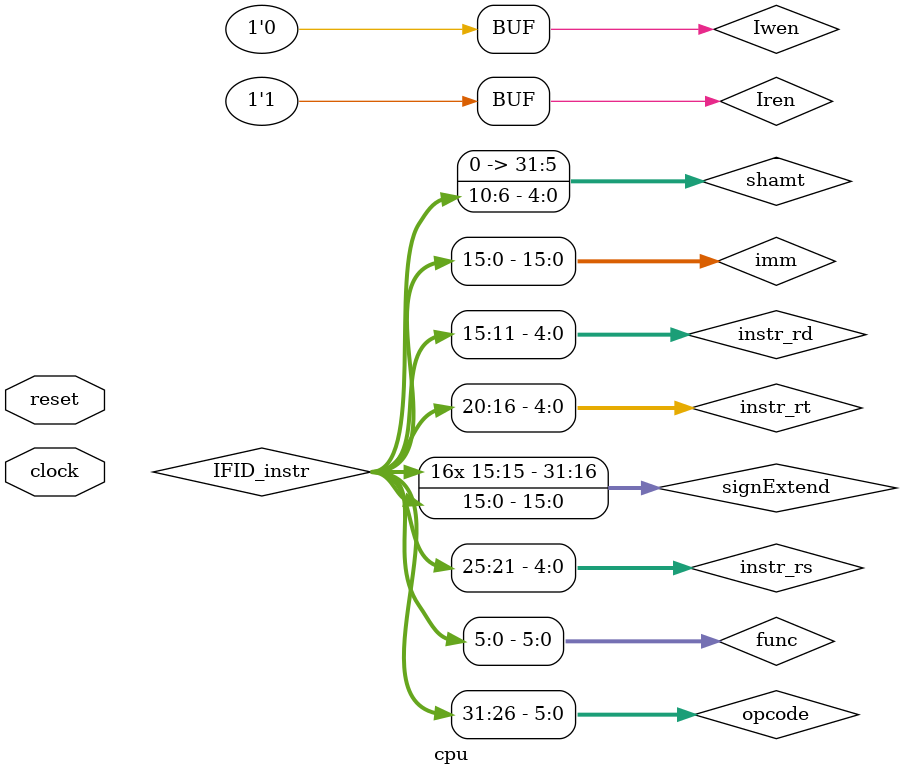
<source format=v>
/***********************************************************************************************/
/*********************************  MIPS 5-stage pipeline implementation ***********************/
/***********************************************************************************************/

`timescale 1ns/1ps

module cpu(input clock, input reset);
 reg [31:0] PC; 
 reg [31:0] IFID_PCplus4;
 reg [31:0] IFID_instr;
 reg [31:0] IDEX_rdA, IDEX_rdB, IDEX_signExtend, IDEX_Shamt;
 reg [4:0]  IDEX_instr_rt, IDEX_instr_rs, IDEX_instr_rd;                            
 reg        IDEX_RegDst, IDEX_ALUSrc, IDEX_ALUSrc_Shift;
 reg [1:0]  IDEX_ALUcntrl;
 reg        IDEX_PCSrc, IDEX_MemRead, IDEX_MemWrite; 
 reg        IDEX_MemToReg, IDEX_RegWrite;                
 reg [4:0]  EXMEM_RegWriteAddr; 
 reg [31:0] EXMEM_ALUOut;
 reg        EXMEM_Zero;
 reg [31:0] EXMEM_MemWriteData;
 reg        EXMEM_PCSrc, EXMEM_MemRead, EXMEM_MemWrite, EXMEM_RegWrite, EXMEM_MemToReg;
 reg [31:0] MEMWB_DMemOut;
 reg [4:0]  MEMWB_RegWriteAddr; 
 reg [31:0] MEMWB_ALUOut;
 reg        MEMWB_MemToReg, MEMWB_RegWrite;               
 reg        Iren = 1'b1,Iwen = 1'b0;
 wire [31:0] din,mdout;
 wire [31:0] instr, MemWriteData, ALUInA, ALUInB, ALUOut, rdA, rdB, signExtend, DMemOut, wRegData, PCIncr, shamt;
 wire Zero, RegDst, MemRead, MemWrite, MemToReg, ALUSrc, RegWrite, PCSrc, PC_write, IFID_write, bubble_idex, ALUSrc_Shift;
 wire [5:0] opcode, func;
 wire [4:0] instr_rs, instr_rt, instr_rd, RegWriteAddr;
 wire [3:0] ALUOp;
 wire [1:0] ALUcntrl, fA, fB;
 wire [15:0] imm;

 
 

/***************** Instruction Fetch Unit (IF)  ****************/
 always @(posedge clock or negedge reset)
  begin 
    if (reset == 1'b0)     
       PC <= -1;     
    else if (PC == -1)
       PC <= 0;
    else if (PC_write == 1'b1)
       PC <= PC + 4;
  end
  
  // IFID pipeline register
 always @(posedge clock or negedge reset)
  begin 
    if (reset == 1'b0)     
      begin
       IFID_PCplus4 <= 32'b0;    
       IFID_instr <= 32'b0;
    end 
    else if (IFID_write == 1'b1) 
      begin
       IFID_PCplus4 <= PC + 32'd4;
       IFID_instr <= instr;
    end
  end
  
// TO FILL IN: Instantiate the Instruction Memory here 
Memory cpu_IMem(clock,reset,Iren,Iwen,{2'b0, PC[31:2]},din,instr);  
  

/***************** Instruction Decode Unit (ID)  ****************/
assign opcode = IFID_instr[31:26];
assign func = IFID_instr[5:0];
assign instr_rs = IFID_instr[25:21];
assign instr_rt = IFID_instr[20:16];
assign instr_rd = IFID_instr[15:11];
assign imm = IFID_instr[15:0];
assign signExtend = {{16{imm[15]}}, imm};
assign shamt = {{27{1'b0}}, IFID_instr[10:6]};   // shamt should be a 32-bit unsigned int 


// Register file
RegFile cpu_regs(clock, reset, instr_rs, instr_rt, MEMWB_RegWriteAddr, MEMWB_RegWrite, wRegData, rdA, rdB);

  // IDEX pipeline register
 always @(posedge clock or negedge reset)
  begin 
    if (reset == 1'b0)
      begin
       IDEX_rdA <= 32'b0;    
       IDEX_rdB <= 32'b0;
       IDEX_signExtend <= 32'b0;
       IDEX_instr_rd <= 5'b0;
       IDEX_instr_rs <= 5'b0;
       IDEX_instr_rt <= 5'b0;
       IDEX_RegDst <= 1'b0;
       IDEX_ALUcntrl <= 2'b0;
       IDEX_ALUSrc <= 1'b0;
       IDEX_PCSrc <= 1'b0;
       IDEX_MemRead <= 1'b0;
       IDEX_MemWrite <= 1'b0;
       IDEX_MemToReg <= 1'b0;                  
       IDEX_RegWrite <= 1'b0;
       IDEX_ALUSrc_Shift <= 1'b0;
       IDEX_Shamt <= 1'b0;
    end
    else if (bubble_idex == 1'b1) begin
      IDEX_RegDst <= 1'b0;
      IDEX_ALUcntrl <= 2'b00;
      IDEX_ALUSrc <= 1'b0;
      IDEX_ALUSrc_Shift <= 1'b0;
      IDEX_PCSrc <= 1'b0;
      IDEX_MemRead <= 1'b0;
      IDEX_MemWrite <= 1'b0;
      IDEX_MemToReg <= 1'b0;
      IDEX_RegWrite <= 1'b0;
    end 
    else 
      begin
       IDEX_rdA <= rdA;
       IDEX_rdB <= rdB;
       IDEX_signExtend <= signExtend;
       IDEX_instr_rd <= instr_rd;
       IDEX_instr_rs <= instr_rs;
       IDEX_instr_rt <= instr_rt;
       IDEX_Shamt <= shamt;
       IDEX_ALUSrc_Shift <= ALUSrc_Shift; //EX
       IDEX_RegDst <= RegDst;             //EX
       IDEX_ALUcntrl <= ALUcntrl;         //EX
       IDEX_ALUSrc <= ALUSrc;             //EX
       IDEX_PCSrc <= PCSrc;             //MEM (PCSrc)
       IDEX_MemRead <= MemRead;           //MEM
       IDEX_MemWrite <= MemWrite;         //MEM
       IDEX_MemToReg <= MemToReg;         //WB             
       IDEX_RegWrite <= RegWrite;         //WB
    end
  end

// Main Control Unit 
control_main control_main (RegDst,
                  PCSrc,
                  MemRead,
                  MemWrite,
                  MemToReg,
                  ALUSrc,
                  RegWrite,
                  ALUcntrl,
                  opcode);
                  
// TO FILL IN: Instantiation of Control Unit that generates stalls
hazard_unit cpu_hu(IFID_write, PC_write, bubble_idex, IDEX_MemRead, IDEX_instr_rt, instr_rs, instr_rt);


                           
/***************** Execution Unit (EX)  ****************/

// ALUSrc_Shift Mux + Forward A Mux
assign ALUInA = (ALUSrc_Shift) ? (IDEX_Shamt) :
                (fA == 2'b00) ? (IDEX_rdA) : 
                (fA == 2'b01) ? (wRegData) : (EXMEM_ALUOut);

// Forward B Mux
assign MemWriteData = (fB == 2'b00) ? (IDEX_rdB) : 
                      (fB == 2'b01) ? (wRegData) : (EXMEM_ALUOut);

// IDEX_AluSrc Mux
assign ALUInB = (IDEX_ALUSrc)  ? (IDEX_signExtend) : (MemWriteData); 


//  ALU
ALU  #(32) cpu_alu(ALUOut, Zero, ALUInA, ALUInB, ALUOp);

assign RegWriteAddr = (IDEX_RegDst==1'b0) ? IDEX_instr_rt : IDEX_instr_rd;

 // EXMEM pipeline register
 always @(posedge clock or negedge reset)
  begin 
    if (reset == 1'b0)     
      begin
       EXMEM_ALUOut <= 32'b0;    
       EXMEM_RegWriteAddr <= 5'b0;
       EXMEM_MemWriteData <= 32'b0;
       EXMEM_Zero <= 1'b0;
       EXMEM_PCSrc <= 1'b0;
       EXMEM_MemRead <= 1'b0;
       EXMEM_MemWrite <= 1'b0;
       EXMEM_MemToReg <= 1'b0;                  
       EXMEM_RegWrite <= 1'b0;
      end 
    else 
      begin
       EXMEM_ALUOut <= ALUOut;    
       EXMEM_RegWriteAddr <= RegWriteAddr;
       EXMEM_MemWriteData <= MemWriteData; 
       EXMEM_Zero <= Zero;
       EXMEM_PCSrc <= IDEX_PCSrc;     //MEM
       EXMEM_MemRead <= IDEX_MemRead;   //MEM
       EXMEM_MemWrite <= IDEX_MemWrite; //MEM
       EXMEM_MemToReg <= IDEX_MemToReg; //WB                 
       EXMEM_RegWrite <= IDEX_RegWrite; //WB
      end
  end
  
  // ALU control
  control_alu control_alu(ALUOp, ALUSrc_Shift, IDEX_ALUcntrl, IDEX_signExtend[5:0]);
  
   // TO FILL IN: Instantiation of control logic for Forwarding goes here
  forwarding_unit cpu_fu(fA, fB, EXMEM_RegWrite, EXMEM_RegWriteAddr, MEMWB_RegWrite,
                         MEMWB_RegWriteAddr, IDEX_instr_rt, IDEX_instr_rs);

  
/***************** Memory Unit (MEM)  ****************/  

// Data memory 1KB
// Instantiate the Data Memory here 
Memory cpu_DMem(clock, reset, EXMEM_MemRead, EXMEM_MemWrite, EXMEM_ALUOut, EXMEM_MemWriteData, DMemOut);


// MEMWB pipeline register
 always @(posedge clock or negedge reset)
  begin 
    if (reset == 1'b0)     
      begin
       MEMWB_DMemOut <= 32'b0;    
       MEMWB_ALUOut <= 32'b0;
       MEMWB_RegWriteAddr <= 5'b0;
       MEMWB_MemToReg <= 1'b0;                  
       MEMWB_RegWrite <= 1'b0;
      end 
    else 
      begin
       MEMWB_DMemOut <= DMemOut;
       MEMWB_ALUOut <= EXMEM_ALUOut;
       MEMWB_RegWriteAddr <= EXMEM_RegWriteAddr;
       MEMWB_MemToReg <= EXMEM_MemToReg;    //WB              
       MEMWB_RegWrite <= EXMEM_RegWrite;    //WB
      end
  end
  

/***************** WriteBack Unit (WB)  ****************/  
// TO FILL IN: Write Back logic 
assign wRegData = (MEMWB_MemToReg) ? (MEMWB_DMemOut) : (MEMWB_ALUOut);

endmodule
</source>
